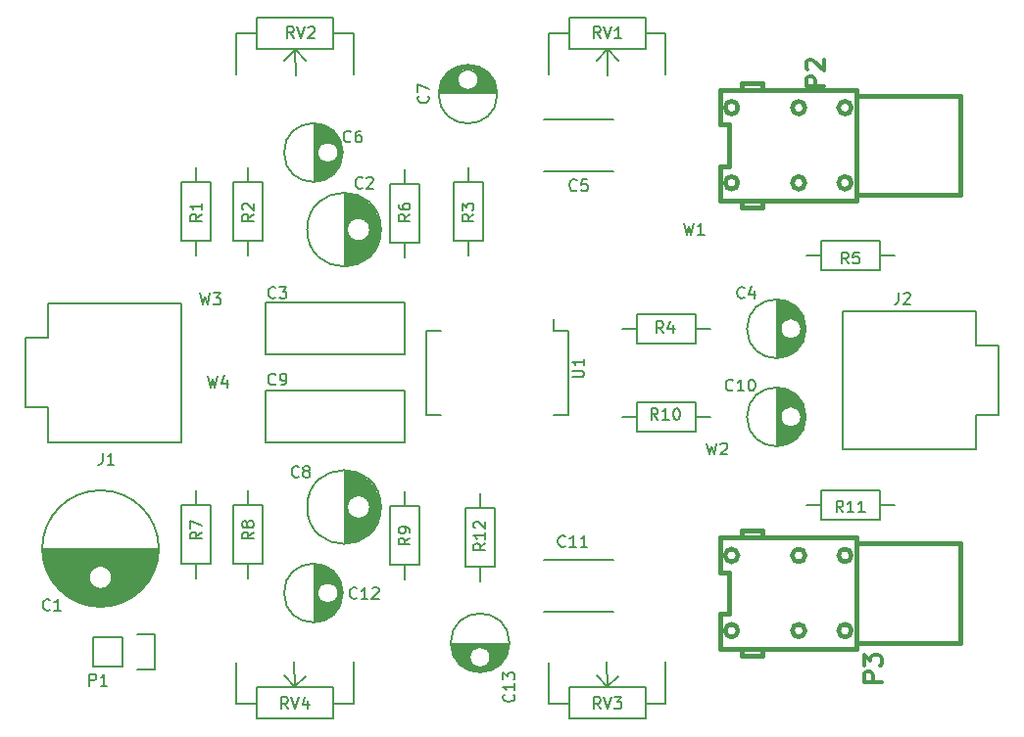
<source format=gbr>
G04 #@! TF.FileFunction,Legend,Top*
%FSLAX46Y46*%
G04 Gerber Fmt 4.6, Leading zero omitted, Abs format (unit mm)*
G04 Created by KiCad (PCBNEW 4.0.3-stable) date 10/13/16 15:00:55*
%MOMM*%
%LPD*%
G01*
G04 APERTURE LIST*
%ADD10C,0.100000*%
%ADD11C,0.150000*%
%ADD12C,0.381000*%
%ADD13C,0.304800*%
G04 APERTURE END LIST*
D10*
D11*
X121204000Y-87665000D02*
X111206000Y-87665000D01*
X121200000Y-87805000D02*
X111210000Y-87805000D01*
X121192000Y-87945000D02*
X111218000Y-87945000D01*
X121180000Y-88085000D02*
X111230000Y-88085000D01*
X121165000Y-88225000D02*
X111245000Y-88225000D01*
X121145000Y-88365000D02*
X111265000Y-88365000D01*
X121121000Y-88505000D02*
X111289000Y-88505000D01*
X121092000Y-88645000D02*
X111318000Y-88645000D01*
X121060000Y-88785000D02*
X111350000Y-88785000D01*
X121023000Y-88925000D02*
X111387000Y-88925000D01*
X120982000Y-89065000D02*
X111428000Y-89065000D01*
X120937000Y-89205000D02*
X116671000Y-89205000D01*
X115739000Y-89205000D02*
X111473000Y-89205000D01*
X120887000Y-89345000D02*
X116872000Y-89345000D01*
X115538000Y-89345000D02*
X111523000Y-89345000D01*
X120832000Y-89485000D02*
X117001000Y-89485000D01*
X115409000Y-89485000D02*
X111578000Y-89485000D01*
X120772000Y-89625000D02*
X117090000Y-89625000D01*
X115320000Y-89625000D02*
X111638000Y-89625000D01*
X120707000Y-89765000D02*
X117151000Y-89765000D01*
X115259000Y-89765000D02*
X111703000Y-89765000D01*
X120637000Y-89905000D02*
X117188000Y-89905000D01*
X115222000Y-89905000D02*
X111773000Y-89905000D01*
X120561000Y-90045000D02*
X117204000Y-90045000D01*
X115206000Y-90045000D02*
X111849000Y-90045000D01*
X120479000Y-90185000D02*
X117200000Y-90185000D01*
X115210000Y-90185000D02*
X111931000Y-90185000D01*
X120391000Y-90325000D02*
X117177000Y-90325000D01*
X115233000Y-90325000D02*
X112019000Y-90325000D01*
X120296000Y-90465000D02*
X117132000Y-90465000D01*
X115278000Y-90465000D02*
X112114000Y-90465000D01*
X120194000Y-90605000D02*
X117062000Y-90605000D01*
X115348000Y-90605000D02*
X112216000Y-90605000D01*
X120084000Y-90745000D02*
X116961000Y-90745000D01*
X115449000Y-90745000D02*
X112326000Y-90745000D01*
X119966000Y-90885000D02*
X116812000Y-90885000D01*
X115598000Y-90885000D02*
X112444000Y-90885000D01*
X119838000Y-91025000D02*
X116560000Y-91025000D01*
X115850000Y-91025000D02*
X112572000Y-91025000D01*
X119701000Y-91165000D02*
X112709000Y-91165000D01*
X119551000Y-91305000D02*
X112859000Y-91305000D01*
X119389000Y-91445000D02*
X113021000Y-91445000D01*
X119212000Y-91585000D02*
X113198000Y-91585000D01*
X119016000Y-91725000D02*
X113394000Y-91725000D01*
X118798000Y-91865000D02*
X113612000Y-91865000D01*
X118552000Y-92005000D02*
X113858000Y-92005000D01*
X118267000Y-92145000D02*
X114143000Y-92145000D01*
X117925000Y-92285000D02*
X114485000Y-92285000D01*
X117479000Y-92425000D02*
X114931000Y-92425000D01*
X116704000Y-92565000D02*
X115706000Y-92565000D01*
X117205000Y-90090000D02*
G75*
G03X117205000Y-90090000I-1000000J0D01*
G01*
X121242500Y-87590000D02*
G75*
G03X121242500Y-87590000I-5037500J0D01*
G01*
X137325000Y-56851000D02*
X137325000Y-63149000D01*
X137465000Y-56857000D02*
X137465000Y-63143000D01*
X137605000Y-56870000D02*
X137605000Y-59554000D01*
X137605000Y-60446000D02*
X137605000Y-63130000D01*
X137745000Y-56889000D02*
X137745000Y-59344000D01*
X137745000Y-60656000D02*
X137745000Y-63111000D01*
X137885000Y-56915000D02*
X137885000Y-59211000D01*
X137885000Y-60789000D02*
X137885000Y-63085000D01*
X138025000Y-56947000D02*
X138025000Y-59120000D01*
X138025000Y-60880000D02*
X138025000Y-63053000D01*
X138165000Y-56986000D02*
X138165000Y-59058000D01*
X138165000Y-60942000D02*
X138165000Y-63014000D01*
X138305000Y-57032000D02*
X138305000Y-59019000D01*
X138305000Y-60981000D02*
X138305000Y-62968000D01*
X138445000Y-57085000D02*
X138445000Y-59002000D01*
X138445000Y-60998000D02*
X138445000Y-62915000D01*
X138585000Y-57147000D02*
X138585000Y-59004000D01*
X138585000Y-60996000D02*
X138585000Y-62853000D01*
X138725000Y-57217000D02*
X138725000Y-59026000D01*
X138725000Y-60974000D02*
X138725000Y-62783000D01*
X138865000Y-57296000D02*
X138865000Y-59069000D01*
X138865000Y-60931000D02*
X138865000Y-62704000D01*
X139005000Y-57384000D02*
X139005000Y-59137000D01*
X139005000Y-60863000D02*
X139005000Y-62616000D01*
X139145000Y-57484000D02*
X139145000Y-59236000D01*
X139145000Y-60764000D02*
X139145000Y-62516000D01*
X139285000Y-57596000D02*
X139285000Y-59381000D01*
X139285000Y-60619000D02*
X139285000Y-62404000D01*
X139425000Y-57721000D02*
X139425000Y-59620000D01*
X139425000Y-60380000D02*
X139425000Y-62279000D01*
X139565000Y-57864000D02*
X139565000Y-62136000D01*
X139705000Y-58026000D02*
X139705000Y-61974000D01*
X139845000Y-58214000D02*
X139845000Y-61786000D01*
X139985000Y-58437000D02*
X139985000Y-61563000D01*
X140125000Y-58713000D02*
X140125000Y-61287000D01*
X140265000Y-59088000D02*
X140265000Y-60912000D01*
X139500000Y-60000000D02*
G75*
G03X139500000Y-60000000I-1000000J0D01*
G01*
X140437500Y-60000000D02*
G75*
G03X140437500Y-60000000I-3187500J0D01*
G01*
X142460000Y-70830000D02*
X130460000Y-70830000D01*
X130460000Y-70830000D02*
X130460000Y-66330000D01*
X130460000Y-66330000D02*
X142460000Y-66330000D01*
X142460000Y-66330000D02*
X142460000Y-70830000D01*
X174680000Y-66081000D02*
X174680000Y-71079000D01*
X174820000Y-66089000D02*
X174820000Y-71071000D01*
X174960000Y-66105000D02*
X174960000Y-68485000D01*
X174960000Y-68675000D02*
X174960000Y-71055000D01*
X175100000Y-66129000D02*
X175100000Y-68090000D01*
X175100000Y-69070000D02*
X175100000Y-71031000D01*
X175240000Y-66162000D02*
X175240000Y-67923000D01*
X175240000Y-69237000D02*
X175240000Y-70998000D01*
X175380000Y-66203000D02*
X175380000Y-67816000D01*
X175380000Y-69344000D02*
X175380000Y-70957000D01*
X175520000Y-66253000D02*
X175520000Y-67745000D01*
X175520000Y-69415000D02*
X175520000Y-70907000D01*
X175660000Y-66314000D02*
X175660000Y-67701000D01*
X175660000Y-69459000D02*
X175660000Y-70846000D01*
X175800000Y-66384000D02*
X175800000Y-67682000D01*
X175800000Y-69478000D02*
X175800000Y-70776000D01*
X175940000Y-66466000D02*
X175940000Y-67684000D01*
X175940000Y-69476000D02*
X175940000Y-70694000D01*
X176080000Y-66561000D02*
X176080000Y-67709000D01*
X176080000Y-69451000D02*
X176080000Y-70599000D01*
X176220000Y-66672000D02*
X176220000Y-67757000D01*
X176220000Y-69403000D02*
X176220000Y-70488000D01*
X176360000Y-66800000D02*
X176360000Y-67835000D01*
X176360000Y-69325000D02*
X176360000Y-70360000D01*
X176500000Y-66949000D02*
X176500000Y-67952000D01*
X176500000Y-69208000D02*
X176500000Y-70211000D01*
X176640000Y-67128000D02*
X176640000Y-68140000D01*
X176640000Y-69020000D02*
X176640000Y-70032000D01*
X176780000Y-67347000D02*
X176780000Y-69813000D01*
X176920000Y-67636000D02*
X176920000Y-69524000D01*
X177060000Y-68108000D02*
X177060000Y-69052000D01*
X176755000Y-68580000D02*
G75*
G03X176755000Y-68580000I-900000J0D01*
G01*
X177142500Y-68580000D02*
G75*
G03X177142500Y-68580000I-2537500J0D01*
G01*
X160520000Y-54955000D02*
X154520000Y-54955000D01*
X154520000Y-50455000D02*
X160520000Y-50455000D01*
X134675000Y-50841000D02*
X134675000Y-55839000D01*
X134815000Y-50849000D02*
X134815000Y-55831000D01*
X134955000Y-50865000D02*
X134955000Y-53245000D01*
X134955000Y-53435000D02*
X134955000Y-55815000D01*
X135095000Y-50889000D02*
X135095000Y-52850000D01*
X135095000Y-53830000D02*
X135095000Y-55791000D01*
X135235000Y-50922000D02*
X135235000Y-52683000D01*
X135235000Y-53997000D02*
X135235000Y-55758000D01*
X135375000Y-50963000D02*
X135375000Y-52576000D01*
X135375000Y-54104000D02*
X135375000Y-55717000D01*
X135515000Y-51013000D02*
X135515000Y-52505000D01*
X135515000Y-54175000D02*
X135515000Y-55667000D01*
X135655000Y-51074000D02*
X135655000Y-52461000D01*
X135655000Y-54219000D02*
X135655000Y-55606000D01*
X135795000Y-51144000D02*
X135795000Y-52442000D01*
X135795000Y-54238000D02*
X135795000Y-55536000D01*
X135935000Y-51226000D02*
X135935000Y-52444000D01*
X135935000Y-54236000D02*
X135935000Y-55454000D01*
X136075000Y-51321000D02*
X136075000Y-52469000D01*
X136075000Y-54211000D02*
X136075000Y-55359000D01*
X136215000Y-51432000D02*
X136215000Y-52517000D01*
X136215000Y-54163000D02*
X136215000Y-55248000D01*
X136355000Y-51560000D02*
X136355000Y-52595000D01*
X136355000Y-54085000D02*
X136355000Y-55120000D01*
X136495000Y-51709000D02*
X136495000Y-52712000D01*
X136495000Y-53968000D02*
X136495000Y-54971000D01*
X136635000Y-51888000D02*
X136635000Y-52900000D01*
X136635000Y-53780000D02*
X136635000Y-54792000D01*
X136775000Y-52107000D02*
X136775000Y-54573000D01*
X136915000Y-52396000D02*
X136915000Y-54284000D01*
X137055000Y-52868000D02*
X137055000Y-53812000D01*
X136750000Y-53340000D02*
G75*
G03X136750000Y-53340000I-900000J0D01*
G01*
X137137500Y-53340000D02*
G75*
G03X137137500Y-53340000I-2537500J0D01*
G01*
X145456000Y-48205000D02*
X150454000Y-48205000D01*
X145464000Y-48065000D02*
X150446000Y-48065000D01*
X145480000Y-47925000D02*
X147860000Y-47925000D01*
X148050000Y-47925000D02*
X150430000Y-47925000D01*
X145504000Y-47785000D02*
X147465000Y-47785000D01*
X148445000Y-47785000D02*
X150406000Y-47785000D01*
X145537000Y-47645000D02*
X147298000Y-47645000D01*
X148612000Y-47645000D02*
X150373000Y-47645000D01*
X145578000Y-47505000D02*
X147191000Y-47505000D01*
X148719000Y-47505000D02*
X150332000Y-47505000D01*
X145628000Y-47365000D02*
X147120000Y-47365000D01*
X148790000Y-47365000D02*
X150282000Y-47365000D01*
X145689000Y-47225000D02*
X147076000Y-47225000D01*
X148834000Y-47225000D02*
X150221000Y-47225000D01*
X145759000Y-47085000D02*
X147057000Y-47085000D01*
X148853000Y-47085000D02*
X150151000Y-47085000D01*
X145841000Y-46945000D02*
X147059000Y-46945000D01*
X148851000Y-46945000D02*
X150069000Y-46945000D01*
X145936000Y-46805000D02*
X147084000Y-46805000D01*
X148826000Y-46805000D02*
X149974000Y-46805000D01*
X146047000Y-46665000D02*
X147132000Y-46665000D01*
X148778000Y-46665000D02*
X149863000Y-46665000D01*
X146175000Y-46525000D02*
X147210000Y-46525000D01*
X148700000Y-46525000D02*
X149735000Y-46525000D01*
X146324000Y-46385000D02*
X147327000Y-46385000D01*
X148583000Y-46385000D02*
X149586000Y-46385000D01*
X146503000Y-46245000D02*
X147515000Y-46245000D01*
X148395000Y-46245000D02*
X149407000Y-46245000D01*
X146722000Y-46105000D02*
X149188000Y-46105000D01*
X147011000Y-45965000D02*
X148899000Y-45965000D01*
X147483000Y-45825000D02*
X148427000Y-45825000D01*
X148855000Y-47030000D02*
G75*
G03X148855000Y-47030000I-900000J0D01*
G01*
X150492500Y-48280000D02*
G75*
G03X150492500Y-48280000I-2537500J0D01*
G01*
X137325000Y-80851000D02*
X137325000Y-87149000D01*
X137465000Y-80857000D02*
X137465000Y-87143000D01*
X137605000Y-80870000D02*
X137605000Y-83554000D01*
X137605000Y-84446000D02*
X137605000Y-87130000D01*
X137745000Y-80889000D02*
X137745000Y-83344000D01*
X137745000Y-84656000D02*
X137745000Y-87111000D01*
X137885000Y-80915000D02*
X137885000Y-83211000D01*
X137885000Y-84789000D02*
X137885000Y-87085000D01*
X138025000Y-80947000D02*
X138025000Y-83120000D01*
X138025000Y-84880000D02*
X138025000Y-87053000D01*
X138165000Y-80986000D02*
X138165000Y-83058000D01*
X138165000Y-84942000D02*
X138165000Y-87014000D01*
X138305000Y-81032000D02*
X138305000Y-83019000D01*
X138305000Y-84981000D02*
X138305000Y-86968000D01*
X138445000Y-81085000D02*
X138445000Y-83002000D01*
X138445000Y-84998000D02*
X138445000Y-86915000D01*
X138585000Y-81147000D02*
X138585000Y-83004000D01*
X138585000Y-84996000D02*
X138585000Y-86853000D01*
X138725000Y-81217000D02*
X138725000Y-83026000D01*
X138725000Y-84974000D02*
X138725000Y-86783000D01*
X138865000Y-81296000D02*
X138865000Y-83069000D01*
X138865000Y-84931000D02*
X138865000Y-86704000D01*
X139005000Y-81384000D02*
X139005000Y-83137000D01*
X139005000Y-84863000D02*
X139005000Y-86616000D01*
X139145000Y-81484000D02*
X139145000Y-83236000D01*
X139145000Y-84764000D02*
X139145000Y-86516000D01*
X139285000Y-81596000D02*
X139285000Y-83381000D01*
X139285000Y-84619000D02*
X139285000Y-86404000D01*
X139425000Y-81721000D02*
X139425000Y-83620000D01*
X139425000Y-84380000D02*
X139425000Y-86279000D01*
X139565000Y-81864000D02*
X139565000Y-86136000D01*
X139705000Y-82026000D02*
X139705000Y-85974000D01*
X139845000Y-82214000D02*
X139845000Y-85786000D01*
X139985000Y-82437000D02*
X139985000Y-85563000D01*
X140125000Y-82713000D02*
X140125000Y-85287000D01*
X140265000Y-83088000D02*
X140265000Y-84912000D01*
X139500000Y-84000000D02*
G75*
G03X139500000Y-84000000I-1000000J0D01*
G01*
X140437500Y-84000000D02*
G75*
G03X140437500Y-84000000I-3187500J0D01*
G01*
X142460000Y-78450000D02*
X130460000Y-78450000D01*
X130460000Y-78450000D02*
X130460000Y-73950000D01*
X130460000Y-73950000D02*
X142460000Y-73950000D01*
X142460000Y-73950000D02*
X142460000Y-78450000D01*
X174680000Y-73701000D02*
X174680000Y-78699000D01*
X174820000Y-73709000D02*
X174820000Y-78691000D01*
X174960000Y-73725000D02*
X174960000Y-76105000D01*
X174960000Y-76295000D02*
X174960000Y-78675000D01*
X175100000Y-73749000D02*
X175100000Y-75710000D01*
X175100000Y-76690000D02*
X175100000Y-78651000D01*
X175240000Y-73782000D02*
X175240000Y-75543000D01*
X175240000Y-76857000D02*
X175240000Y-78618000D01*
X175380000Y-73823000D02*
X175380000Y-75436000D01*
X175380000Y-76964000D02*
X175380000Y-78577000D01*
X175520000Y-73873000D02*
X175520000Y-75365000D01*
X175520000Y-77035000D02*
X175520000Y-78527000D01*
X175660000Y-73934000D02*
X175660000Y-75321000D01*
X175660000Y-77079000D02*
X175660000Y-78466000D01*
X175800000Y-74004000D02*
X175800000Y-75302000D01*
X175800000Y-77098000D02*
X175800000Y-78396000D01*
X175940000Y-74086000D02*
X175940000Y-75304000D01*
X175940000Y-77096000D02*
X175940000Y-78314000D01*
X176080000Y-74181000D02*
X176080000Y-75329000D01*
X176080000Y-77071000D02*
X176080000Y-78219000D01*
X176220000Y-74292000D02*
X176220000Y-75377000D01*
X176220000Y-77023000D02*
X176220000Y-78108000D01*
X176360000Y-74420000D02*
X176360000Y-75455000D01*
X176360000Y-76945000D02*
X176360000Y-77980000D01*
X176500000Y-74569000D02*
X176500000Y-75572000D01*
X176500000Y-76828000D02*
X176500000Y-77831000D01*
X176640000Y-74748000D02*
X176640000Y-75760000D01*
X176640000Y-76640000D02*
X176640000Y-77652000D01*
X176780000Y-74967000D02*
X176780000Y-77433000D01*
X176920000Y-75256000D02*
X176920000Y-77144000D01*
X177060000Y-75728000D02*
X177060000Y-76672000D01*
X176755000Y-76200000D02*
G75*
G03X176755000Y-76200000I-900000J0D01*
G01*
X177142500Y-76200000D02*
G75*
G03X177142500Y-76200000I-2537500J0D01*
G01*
X160520000Y-93055000D02*
X154520000Y-93055000D01*
X154520000Y-88555000D02*
X160520000Y-88555000D01*
X134675000Y-88941000D02*
X134675000Y-93939000D01*
X134815000Y-88949000D02*
X134815000Y-93931000D01*
X134955000Y-88965000D02*
X134955000Y-91345000D01*
X134955000Y-91535000D02*
X134955000Y-93915000D01*
X135095000Y-88989000D02*
X135095000Y-90950000D01*
X135095000Y-91930000D02*
X135095000Y-93891000D01*
X135235000Y-89022000D02*
X135235000Y-90783000D01*
X135235000Y-92097000D02*
X135235000Y-93858000D01*
X135375000Y-89063000D02*
X135375000Y-90676000D01*
X135375000Y-92204000D02*
X135375000Y-93817000D01*
X135515000Y-89113000D02*
X135515000Y-90605000D01*
X135515000Y-92275000D02*
X135515000Y-93767000D01*
X135655000Y-89174000D02*
X135655000Y-90561000D01*
X135655000Y-92319000D02*
X135655000Y-93706000D01*
X135795000Y-89244000D02*
X135795000Y-90542000D01*
X135795000Y-92338000D02*
X135795000Y-93636000D01*
X135935000Y-89326000D02*
X135935000Y-90544000D01*
X135935000Y-92336000D02*
X135935000Y-93554000D01*
X136075000Y-89421000D02*
X136075000Y-90569000D01*
X136075000Y-92311000D02*
X136075000Y-93459000D01*
X136215000Y-89532000D02*
X136215000Y-90617000D01*
X136215000Y-92263000D02*
X136215000Y-93348000D01*
X136355000Y-89660000D02*
X136355000Y-90695000D01*
X136355000Y-92185000D02*
X136355000Y-93220000D01*
X136495000Y-89809000D02*
X136495000Y-90812000D01*
X136495000Y-92068000D02*
X136495000Y-93071000D01*
X136635000Y-89988000D02*
X136635000Y-91000000D01*
X136635000Y-91880000D02*
X136635000Y-92892000D01*
X136775000Y-90207000D02*
X136775000Y-92673000D01*
X136915000Y-90496000D02*
X136915000Y-92384000D01*
X137055000Y-90968000D02*
X137055000Y-91912000D01*
X136750000Y-91440000D02*
G75*
G03X136750000Y-91440000I-900000J0D01*
G01*
X137137500Y-91440000D02*
G75*
G03X137137500Y-91440000I-2537500J0D01*
G01*
X151499000Y-95825000D02*
X146501000Y-95825000D01*
X151491000Y-95965000D02*
X146509000Y-95965000D01*
X151475000Y-96105000D02*
X149095000Y-96105000D01*
X148905000Y-96105000D02*
X146525000Y-96105000D01*
X151451000Y-96245000D02*
X149490000Y-96245000D01*
X148510000Y-96245000D02*
X146549000Y-96245000D01*
X151418000Y-96385000D02*
X149657000Y-96385000D01*
X148343000Y-96385000D02*
X146582000Y-96385000D01*
X151377000Y-96525000D02*
X149764000Y-96525000D01*
X148236000Y-96525000D02*
X146623000Y-96525000D01*
X151327000Y-96665000D02*
X149835000Y-96665000D01*
X148165000Y-96665000D02*
X146673000Y-96665000D01*
X151266000Y-96805000D02*
X149879000Y-96805000D01*
X148121000Y-96805000D02*
X146734000Y-96805000D01*
X151196000Y-96945000D02*
X149898000Y-96945000D01*
X148102000Y-96945000D02*
X146804000Y-96945000D01*
X151114000Y-97085000D02*
X149896000Y-97085000D01*
X148104000Y-97085000D02*
X146886000Y-97085000D01*
X151019000Y-97225000D02*
X149871000Y-97225000D01*
X148129000Y-97225000D02*
X146981000Y-97225000D01*
X150908000Y-97365000D02*
X149823000Y-97365000D01*
X148177000Y-97365000D02*
X147092000Y-97365000D01*
X150780000Y-97505000D02*
X149745000Y-97505000D01*
X148255000Y-97505000D02*
X147220000Y-97505000D01*
X150631000Y-97645000D02*
X149628000Y-97645000D01*
X148372000Y-97645000D02*
X147369000Y-97645000D01*
X150452000Y-97785000D02*
X149440000Y-97785000D01*
X148560000Y-97785000D02*
X147548000Y-97785000D01*
X150233000Y-97925000D02*
X147767000Y-97925000D01*
X149944000Y-98065000D02*
X148056000Y-98065000D01*
X149472000Y-98205000D02*
X148528000Y-98205000D01*
X149900000Y-97000000D02*
G75*
G03X149900000Y-97000000I-900000J0D01*
G01*
X151537500Y-95750000D02*
G75*
G03X151537500Y-95750000I-2537500J0D01*
G01*
X118110000Y-97790000D02*
X115570000Y-97790000D01*
X120930000Y-98070000D02*
X119380000Y-98070000D01*
X118110000Y-97790000D02*
X118110000Y-95250000D01*
X119380000Y-94970000D02*
X120930000Y-94970000D01*
X120930000Y-94970000D02*
X120930000Y-98070000D01*
X118110000Y-95250000D02*
X115570000Y-95250000D01*
X115570000Y-95250000D02*
X115570000Y-97790000D01*
D12*
X171279820Y-55956200D02*
G75*
G03X171279820Y-55956200I-548640J0D01*
G01*
X171284696Y-49453800D02*
G75*
G03X171284696Y-49453800I-553516J0D01*
G01*
X181083789Y-49453800D02*
G75*
G03X181083789Y-49453800I-553289J0D01*
G01*
X181081487Y-55956200D02*
G75*
G03X181081487Y-55956200I-550987J0D01*
G01*
X177078640Y-55956200D02*
G75*
G03X177078640Y-55956200I-548640J0D01*
G01*
X177083516Y-49453800D02*
G75*
G03X177083516Y-49453800I-553516J0D01*
G01*
X181531260Y-57005220D02*
X190530480Y-57005220D01*
X190530480Y-57005220D02*
X190530480Y-48404780D01*
X190530480Y-48404780D02*
X181531260Y-48404780D01*
X171630340Y-47904400D02*
X171630340Y-47304960D01*
X171630340Y-47304960D02*
X173431200Y-47304960D01*
X173431200Y-47304960D02*
X173431200Y-47904400D01*
X171630340Y-58105040D02*
X171630340Y-57505600D01*
X173431200Y-57505600D02*
X173431200Y-58105040D01*
X173431200Y-58105040D02*
X171630340Y-58105040D01*
X169730420Y-57505600D02*
X169730420Y-54505860D01*
X169730420Y-54505860D02*
X170530520Y-54505860D01*
X170530520Y-54505860D02*
X170530520Y-50904140D01*
X170530520Y-50904140D02*
X169730420Y-50904140D01*
X169730420Y-50904140D02*
X169730420Y-47904400D01*
X181531260Y-47904400D02*
X181531260Y-57505600D01*
X181528720Y-57505600D02*
X169727880Y-57505600D01*
X169730420Y-47904400D02*
X181531260Y-47904400D01*
X171279820Y-94691200D02*
G75*
G03X171279820Y-94691200I-548640J0D01*
G01*
X171284696Y-88188800D02*
G75*
G03X171284696Y-88188800I-553516J0D01*
G01*
X181083789Y-88188800D02*
G75*
G03X181083789Y-88188800I-553289J0D01*
G01*
X181081487Y-94691200D02*
G75*
G03X181081487Y-94691200I-550987J0D01*
G01*
X177078640Y-94691200D02*
G75*
G03X177078640Y-94691200I-548640J0D01*
G01*
X177083516Y-88188800D02*
G75*
G03X177083516Y-88188800I-553516J0D01*
G01*
X181531260Y-95740220D02*
X190530480Y-95740220D01*
X190530480Y-95740220D02*
X190530480Y-87139780D01*
X190530480Y-87139780D02*
X181531260Y-87139780D01*
X171630340Y-86639400D02*
X171630340Y-86039960D01*
X171630340Y-86039960D02*
X173431200Y-86039960D01*
X173431200Y-86039960D02*
X173431200Y-86639400D01*
X171630340Y-96840040D02*
X171630340Y-96240600D01*
X173431200Y-96240600D02*
X173431200Y-96840040D01*
X173431200Y-96840040D02*
X171630340Y-96840040D01*
X169730420Y-96240600D02*
X169730420Y-93240860D01*
X169730420Y-93240860D02*
X170530520Y-93240860D01*
X170530520Y-93240860D02*
X170530520Y-89639140D01*
X170530520Y-89639140D02*
X169730420Y-89639140D01*
X169730420Y-89639140D02*
X169730420Y-86639400D01*
X181531260Y-86639400D02*
X181531260Y-96240600D01*
X181528720Y-96240600D02*
X169727880Y-96240600D01*
X169730420Y-86639400D02*
X181531260Y-86639400D01*
D11*
X125730000Y-55880000D02*
X125730000Y-60960000D01*
X125730000Y-60960000D02*
X123190000Y-60960000D01*
X123190000Y-60960000D02*
X123190000Y-55880000D01*
X123190000Y-55880000D02*
X125730000Y-55880000D01*
X124460000Y-55880000D02*
X124460000Y-54610000D01*
X124460000Y-60960000D02*
X124460000Y-62230000D01*
X130175000Y-55880000D02*
X130175000Y-60960000D01*
X130175000Y-60960000D02*
X127635000Y-60960000D01*
X127635000Y-60960000D02*
X127635000Y-55880000D01*
X127635000Y-55880000D02*
X130175000Y-55880000D01*
X128905000Y-55880000D02*
X128905000Y-54610000D01*
X128905000Y-60960000D02*
X128905000Y-62230000D01*
X143770000Y-56040000D02*
X143770000Y-61120000D01*
X143770000Y-61120000D02*
X141230000Y-61120000D01*
X141230000Y-61120000D02*
X141230000Y-56040000D01*
X141230000Y-56040000D02*
X143770000Y-56040000D01*
X142500000Y-56040000D02*
X142500000Y-54770000D01*
X142500000Y-61120000D02*
X142500000Y-62390000D01*
X167640000Y-69850000D02*
X162560000Y-69850000D01*
X162560000Y-69850000D02*
X162560000Y-67310000D01*
X162560000Y-67310000D02*
X167640000Y-67310000D01*
X167640000Y-67310000D02*
X167640000Y-69850000D01*
X167640000Y-68580000D02*
X168910000Y-68580000D01*
X162560000Y-68580000D02*
X161290000Y-68580000D01*
X183515000Y-63500000D02*
X178435000Y-63500000D01*
X178435000Y-63500000D02*
X178435000Y-60960000D01*
X178435000Y-60960000D02*
X183515000Y-60960000D01*
X183515000Y-60960000D02*
X183515000Y-63500000D01*
X183515000Y-62230000D02*
X184785000Y-62230000D01*
X178435000Y-62230000D02*
X177165000Y-62230000D01*
X146685000Y-60960000D02*
X146685000Y-55880000D01*
X146685000Y-55880000D02*
X149225000Y-55880000D01*
X149225000Y-55880000D02*
X149225000Y-60960000D01*
X149225000Y-60960000D02*
X146685000Y-60960000D01*
X147955000Y-60960000D02*
X147955000Y-62230000D01*
X147955000Y-55880000D02*
X147955000Y-54610000D01*
X123190000Y-88900000D02*
X123190000Y-83820000D01*
X123190000Y-83820000D02*
X125730000Y-83820000D01*
X125730000Y-83820000D02*
X125730000Y-88900000D01*
X125730000Y-88900000D02*
X123190000Y-88900000D01*
X124460000Y-88900000D02*
X124460000Y-90170000D01*
X124460000Y-83820000D02*
X124460000Y-82550000D01*
X127635000Y-88900000D02*
X127635000Y-83820000D01*
X127635000Y-83820000D02*
X130175000Y-83820000D01*
X130175000Y-83820000D02*
X130175000Y-88900000D01*
X130175000Y-88900000D02*
X127635000Y-88900000D01*
X128905000Y-88900000D02*
X128905000Y-90170000D01*
X128905000Y-83820000D02*
X128905000Y-82550000D01*
X141230000Y-88960000D02*
X141230000Y-83880000D01*
X141230000Y-83880000D02*
X143770000Y-83880000D01*
X143770000Y-83880000D02*
X143770000Y-88960000D01*
X143770000Y-88960000D02*
X141230000Y-88960000D01*
X142500000Y-88960000D02*
X142500000Y-90230000D01*
X142500000Y-83880000D02*
X142500000Y-82610000D01*
X167640000Y-77470000D02*
X162560000Y-77470000D01*
X162560000Y-77470000D02*
X162560000Y-74930000D01*
X162560000Y-74930000D02*
X167640000Y-74930000D01*
X167640000Y-74930000D02*
X167640000Y-77470000D01*
X167640000Y-76200000D02*
X168910000Y-76200000D01*
X162560000Y-76200000D02*
X161290000Y-76200000D01*
X183515000Y-85090000D02*
X178435000Y-85090000D01*
X178435000Y-85090000D02*
X178435000Y-82550000D01*
X178435000Y-82550000D02*
X183515000Y-82550000D01*
X183515000Y-82550000D02*
X183515000Y-85090000D01*
X183515000Y-83820000D02*
X184785000Y-83820000D01*
X178435000Y-83820000D02*
X177165000Y-83820000D01*
X150270000Y-84040000D02*
X150270000Y-89120000D01*
X150270000Y-89120000D02*
X147730000Y-89120000D01*
X147730000Y-89120000D02*
X147730000Y-84040000D01*
X147730000Y-84040000D02*
X150270000Y-84040000D01*
X149000000Y-84040000D02*
X149000000Y-82770000D01*
X149000000Y-89120000D02*
X149000000Y-90390000D01*
X165050780Y-43000900D02*
X165050780Y-46549280D01*
X163300720Y-43000900D02*
X165050780Y-43000900D01*
X156701800Y-43000900D02*
X154951740Y-43000900D01*
X154951740Y-43000900D02*
X154951740Y-46600080D01*
X160001260Y-44400440D02*
X160052060Y-46650880D01*
X160001260Y-44400440D02*
X160951220Y-45401200D01*
X160052060Y-44400440D02*
X159051300Y-45350400D01*
X156701800Y-44400440D02*
X156701800Y-41700420D01*
X156701800Y-41700420D02*
X163300720Y-41700420D01*
X163300720Y-41700420D02*
X163300720Y-44400440D01*
X163300720Y-44400440D02*
X156701800Y-44400440D01*
X138050780Y-43000900D02*
X138050780Y-46549280D01*
X136300720Y-43000900D02*
X138050780Y-43000900D01*
X129701800Y-43000900D02*
X127951740Y-43000900D01*
X127951740Y-43000900D02*
X127951740Y-46600080D01*
X133001260Y-44400440D02*
X133052060Y-46650880D01*
X133001260Y-44400440D02*
X133951220Y-45401200D01*
X133052060Y-44400440D02*
X132051300Y-45350400D01*
X129701800Y-44400440D02*
X129701800Y-41700420D01*
X129701800Y-41700420D02*
X136300720Y-41700420D01*
X136300720Y-41700420D02*
X136300720Y-44400440D01*
X136300720Y-44400440D02*
X129701800Y-44400440D01*
X154949220Y-100999100D02*
X154949220Y-97450720D01*
X156699280Y-100999100D02*
X154949220Y-100999100D01*
X163298200Y-100999100D02*
X165048260Y-100999100D01*
X165048260Y-100999100D02*
X165048260Y-97399920D01*
X159998740Y-99599560D02*
X159947940Y-97349120D01*
X159998740Y-99599560D02*
X159048780Y-98598800D01*
X159947940Y-99599560D02*
X160948700Y-98649600D01*
X163298200Y-99599560D02*
X163298200Y-102299580D01*
X163298200Y-102299580D02*
X156699280Y-102299580D01*
X156699280Y-102299580D02*
X156699280Y-99599560D01*
X156699280Y-99599560D02*
X163298200Y-99599560D01*
X127949220Y-100999100D02*
X127949220Y-97450720D01*
X129699280Y-100999100D02*
X127949220Y-100999100D01*
X136298200Y-100999100D02*
X138048260Y-100999100D01*
X138048260Y-100999100D02*
X138048260Y-97399920D01*
X132998740Y-99599560D02*
X132947940Y-97349120D01*
X132998740Y-99599560D02*
X132048780Y-98598800D01*
X132947940Y-99599560D02*
X133948700Y-98649600D01*
X136298200Y-99599560D02*
X136298200Y-102299580D01*
X136298200Y-102299580D02*
X129699280Y-102299580D01*
X129699280Y-102299580D02*
X129699280Y-99599560D01*
X129699280Y-99599560D02*
X136298200Y-99599560D01*
X156600000Y-68715000D02*
X155330000Y-68715000D01*
X156600000Y-76065000D02*
X155330000Y-76065000D01*
X144390000Y-76065000D02*
X145660000Y-76065000D01*
X144390000Y-68715000D02*
X145660000Y-68715000D01*
X156600000Y-68715000D02*
X156600000Y-76065000D01*
X144390000Y-68715000D02*
X144390000Y-76065000D01*
X155330000Y-68715000D02*
X155330000Y-67780000D01*
X123205000Y-66390000D02*
X123205000Y-78390000D01*
X123205000Y-78390000D02*
X111705000Y-78390000D01*
X111705000Y-78390000D02*
X111705000Y-75390000D01*
X111705000Y-75390000D02*
X109705000Y-75390000D01*
X109705000Y-75390000D02*
X109705000Y-69390000D01*
X109705000Y-69390000D02*
X111705000Y-69390000D01*
X111705000Y-69390000D02*
X111705000Y-66390000D01*
X111705000Y-66390000D02*
X123205000Y-66390000D01*
X180325000Y-79025000D02*
X180325000Y-67025000D01*
X180325000Y-67025000D02*
X191825000Y-67025000D01*
X191825000Y-67025000D02*
X191825000Y-70025000D01*
X191825000Y-70025000D02*
X193825000Y-70025000D01*
X193825000Y-70025000D02*
X193825000Y-76025000D01*
X193825000Y-76025000D02*
X191825000Y-76025000D01*
X191825000Y-76025000D02*
X191825000Y-79025000D01*
X191825000Y-79025000D02*
X180325000Y-79025000D01*
X111833334Y-92857143D02*
X111785715Y-92904762D01*
X111642858Y-92952381D01*
X111547620Y-92952381D01*
X111404762Y-92904762D01*
X111309524Y-92809524D01*
X111261905Y-92714286D01*
X111214286Y-92523810D01*
X111214286Y-92380952D01*
X111261905Y-92190476D01*
X111309524Y-92095238D01*
X111404762Y-92000000D01*
X111547620Y-91952381D01*
X111642858Y-91952381D01*
X111785715Y-92000000D01*
X111833334Y-92047619D01*
X112785715Y-92952381D02*
X112214286Y-92952381D01*
X112500000Y-92952381D02*
X112500000Y-91952381D01*
X112404762Y-92095238D01*
X112309524Y-92190476D01*
X112214286Y-92238095D01*
X138833334Y-56357143D02*
X138785715Y-56404762D01*
X138642858Y-56452381D01*
X138547620Y-56452381D01*
X138404762Y-56404762D01*
X138309524Y-56309524D01*
X138261905Y-56214286D01*
X138214286Y-56023810D01*
X138214286Y-55880952D01*
X138261905Y-55690476D01*
X138309524Y-55595238D01*
X138404762Y-55500000D01*
X138547620Y-55452381D01*
X138642858Y-55452381D01*
X138785715Y-55500000D01*
X138833334Y-55547619D01*
X139214286Y-55547619D02*
X139261905Y-55500000D01*
X139357143Y-55452381D01*
X139595239Y-55452381D01*
X139690477Y-55500000D01*
X139738096Y-55547619D01*
X139785715Y-55642857D01*
X139785715Y-55738095D01*
X139738096Y-55880952D01*
X139166667Y-56452381D01*
X139785715Y-56452381D01*
X131333334Y-65857143D02*
X131285715Y-65904762D01*
X131142858Y-65952381D01*
X131047620Y-65952381D01*
X130904762Y-65904762D01*
X130809524Y-65809524D01*
X130761905Y-65714286D01*
X130714286Y-65523810D01*
X130714286Y-65380952D01*
X130761905Y-65190476D01*
X130809524Y-65095238D01*
X130904762Y-65000000D01*
X131047620Y-64952381D01*
X131142858Y-64952381D01*
X131285715Y-65000000D01*
X131333334Y-65047619D01*
X131666667Y-64952381D02*
X132285715Y-64952381D01*
X131952381Y-65333333D01*
X132095239Y-65333333D01*
X132190477Y-65380952D01*
X132238096Y-65428571D01*
X132285715Y-65523810D01*
X132285715Y-65761905D01*
X132238096Y-65857143D01*
X132190477Y-65904762D01*
X132095239Y-65952381D01*
X131809524Y-65952381D01*
X131714286Y-65904762D01*
X131666667Y-65857143D01*
X171833334Y-65857143D02*
X171785715Y-65904762D01*
X171642858Y-65952381D01*
X171547620Y-65952381D01*
X171404762Y-65904762D01*
X171309524Y-65809524D01*
X171261905Y-65714286D01*
X171214286Y-65523810D01*
X171214286Y-65380952D01*
X171261905Y-65190476D01*
X171309524Y-65095238D01*
X171404762Y-65000000D01*
X171547620Y-64952381D01*
X171642858Y-64952381D01*
X171785715Y-65000000D01*
X171833334Y-65047619D01*
X172690477Y-65285714D02*
X172690477Y-65952381D01*
X172452381Y-64904762D02*
X172214286Y-65619048D01*
X172833334Y-65619048D01*
X157353334Y-56562143D02*
X157305715Y-56609762D01*
X157162858Y-56657381D01*
X157067620Y-56657381D01*
X156924762Y-56609762D01*
X156829524Y-56514524D01*
X156781905Y-56419286D01*
X156734286Y-56228810D01*
X156734286Y-56085952D01*
X156781905Y-55895476D01*
X156829524Y-55800238D01*
X156924762Y-55705000D01*
X157067620Y-55657381D01*
X157162858Y-55657381D01*
X157305715Y-55705000D01*
X157353334Y-55752619D01*
X158258096Y-55657381D02*
X157781905Y-55657381D01*
X157734286Y-56133571D01*
X157781905Y-56085952D01*
X157877143Y-56038333D01*
X158115239Y-56038333D01*
X158210477Y-56085952D01*
X158258096Y-56133571D01*
X158305715Y-56228810D01*
X158305715Y-56466905D01*
X158258096Y-56562143D01*
X158210477Y-56609762D01*
X158115239Y-56657381D01*
X157877143Y-56657381D01*
X157781905Y-56609762D01*
X157734286Y-56562143D01*
X137833334Y-52357143D02*
X137785715Y-52404762D01*
X137642858Y-52452381D01*
X137547620Y-52452381D01*
X137404762Y-52404762D01*
X137309524Y-52309524D01*
X137261905Y-52214286D01*
X137214286Y-52023810D01*
X137214286Y-51880952D01*
X137261905Y-51690476D01*
X137309524Y-51595238D01*
X137404762Y-51500000D01*
X137547620Y-51452381D01*
X137642858Y-51452381D01*
X137785715Y-51500000D01*
X137833334Y-51547619D01*
X138690477Y-51452381D02*
X138500000Y-51452381D01*
X138404762Y-51500000D01*
X138357143Y-51547619D01*
X138261905Y-51690476D01*
X138214286Y-51880952D01*
X138214286Y-52261905D01*
X138261905Y-52357143D01*
X138309524Y-52404762D01*
X138404762Y-52452381D01*
X138595239Y-52452381D01*
X138690477Y-52404762D01*
X138738096Y-52357143D01*
X138785715Y-52261905D01*
X138785715Y-52023810D01*
X138738096Y-51928571D01*
X138690477Y-51880952D01*
X138595239Y-51833333D01*
X138404762Y-51833333D01*
X138309524Y-51880952D01*
X138261905Y-51928571D01*
X138214286Y-52023810D01*
X144512143Y-48446666D02*
X144559762Y-48494285D01*
X144607381Y-48637142D01*
X144607381Y-48732380D01*
X144559762Y-48875238D01*
X144464524Y-48970476D01*
X144369286Y-49018095D01*
X144178810Y-49065714D01*
X144035952Y-49065714D01*
X143845476Y-49018095D01*
X143750238Y-48970476D01*
X143655000Y-48875238D01*
X143607381Y-48732380D01*
X143607381Y-48637142D01*
X143655000Y-48494285D01*
X143702619Y-48446666D01*
X143607381Y-48113333D02*
X143607381Y-47446666D01*
X144607381Y-47875238D01*
X133333334Y-81357143D02*
X133285715Y-81404762D01*
X133142858Y-81452381D01*
X133047620Y-81452381D01*
X132904762Y-81404762D01*
X132809524Y-81309524D01*
X132761905Y-81214286D01*
X132714286Y-81023810D01*
X132714286Y-80880952D01*
X132761905Y-80690476D01*
X132809524Y-80595238D01*
X132904762Y-80500000D01*
X133047620Y-80452381D01*
X133142858Y-80452381D01*
X133285715Y-80500000D01*
X133333334Y-80547619D01*
X133904762Y-80880952D02*
X133809524Y-80833333D01*
X133761905Y-80785714D01*
X133714286Y-80690476D01*
X133714286Y-80642857D01*
X133761905Y-80547619D01*
X133809524Y-80500000D01*
X133904762Y-80452381D01*
X134095239Y-80452381D01*
X134190477Y-80500000D01*
X134238096Y-80547619D01*
X134285715Y-80642857D01*
X134285715Y-80690476D01*
X134238096Y-80785714D01*
X134190477Y-80833333D01*
X134095239Y-80880952D01*
X133904762Y-80880952D01*
X133809524Y-80928571D01*
X133761905Y-80976190D01*
X133714286Y-81071429D01*
X133714286Y-81261905D01*
X133761905Y-81357143D01*
X133809524Y-81404762D01*
X133904762Y-81452381D01*
X134095239Y-81452381D01*
X134190477Y-81404762D01*
X134238096Y-81357143D01*
X134285715Y-81261905D01*
X134285715Y-81071429D01*
X134238096Y-80976190D01*
X134190477Y-80928571D01*
X134095239Y-80880952D01*
X131333334Y-73357143D02*
X131285715Y-73404762D01*
X131142858Y-73452381D01*
X131047620Y-73452381D01*
X130904762Y-73404762D01*
X130809524Y-73309524D01*
X130761905Y-73214286D01*
X130714286Y-73023810D01*
X130714286Y-72880952D01*
X130761905Y-72690476D01*
X130809524Y-72595238D01*
X130904762Y-72500000D01*
X131047620Y-72452381D01*
X131142858Y-72452381D01*
X131285715Y-72500000D01*
X131333334Y-72547619D01*
X131809524Y-73452381D02*
X132000000Y-73452381D01*
X132095239Y-73404762D01*
X132142858Y-73357143D01*
X132238096Y-73214286D01*
X132285715Y-73023810D01*
X132285715Y-72642857D01*
X132238096Y-72547619D01*
X132190477Y-72500000D01*
X132095239Y-72452381D01*
X131904762Y-72452381D01*
X131809524Y-72500000D01*
X131761905Y-72547619D01*
X131714286Y-72642857D01*
X131714286Y-72880952D01*
X131761905Y-72976190D01*
X131809524Y-73023810D01*
X131904762Y-73071429D01*
X132095239Y-73071429D01*
X132190477Y-73023810D01*
X132238096Y-72976190D01*
X132285715Y-72880952D01*
X170857143Y-73857143D02*
X170809524Y-73904762D01*
X170666667Y-73952381D01*
X170571429Y-73952381D01*
X170428571Y-73904762D01*
X170333333Y-73809524D01*
X170285714Y-73714286D01*
X170238095Y-73523810D01*
X170238095Y-73380952D01*
X170285714Y-73190476D01*
X170333333Y-73095238D01*
X170428571Y-73000000D01*
X170571429Y-72952381D01*
X170666667Y-72952381D01*
X170809524Y-73000000D01*
X170857143Y-73047619D01*
X171809524Y-73952381D02*
X171238095Y-73952381D01*
X171523809Y-73952381D02*
X171523809Y-72952381D01*
X171428571Y-73095238D01*
X171333333Y-73190476D01*
X171238095Y-73238095D01*
X172428571Y-72952381D02*
X172523810Y-72952381D01*
X172619048Y-73000000D01*
X172666667Y-73047619D01*
X172714286Y-73142857D01*
X172761905Y-73333333D01*
X172761905Y-73571429D01*
X172714286Y-73761905D01*
X172666667Y-73857143D01*
X172619048Y-73904762D01*
X172523810Y-73952381D01*
X172428571Y-73952381D01*
X172333333Y-73904762D01*
X172285714Y-73857143D01*
X172238095Y-73761905D01*
X172190476Y-73571429D01*
X172190476Y-73333333D01*
X172238095Y-73142857D01*
X172285714Y-73047619D01*
X172333333Y-73000000D01*
X172428571Y-72952381D01*
X156357143Y-87357143D02*
X156309524Y-87404762D01*
X156166667Y-87452381D01*
X156071429Y-87452381D01*
X155928571Y-87404762D01*
X155833333Y-87309524D01*
X155785714Y-87214286D01*
X155738095Y-87023810D01*
X155738095Y-86880952D01*
X155785714Y-86690476D01*
X155833333Y-86595238D01*
X155928571Y-86500000D01*
X156071429Y-86452381D01*
X156166667Y-86452381D01*
X156309524Y-86500000D01*
X156357143Y-86547619D01*
X157309524Y-87452381D02*
X156738095Y-87452381D01*
X157023809Y-87452381D02*
X157023809Y-86452381D01*
X156928571Y-86595238D01*
X156833333Y-86690476D01*
X156738095Y-86738095D01*
X158261905Y-87452381D02*
X157690476Y-87452381D01*
X157976190Y-87452381D02*
X157976190Y-86452381D01*
X157880952Y-86595238D01*
X157785714Y-86690476D01*
X157690476Y-86738095D01*
X138357143Y-91857143D02*
X138309524Y-91904762D01*
X138166667Y-91952381D01*
X138071429Y-91952381D01*
X137928571Y-91904762D01*
X137833333Y-91809524D01*
X137785714Y-91714286D01*
X137738095Y-91523810D01*
X137738095Y-91380952D01*
X137785714Y-91190476D01*
X137833333Y-91095238D01*
X137928571Y-91000000D01*
X138071429Y-90952381D01*
X138166667Y-90952381D01*
X138309524Y-91000000D01*
X138357143Y-91047619D01*
X139309524Y-91952381D02*
X138738095Y-91952381D01*
X139023809Y-91952381D02*
X139023809Y-90952381D01*
X138928571Y-91095238D01*
X138833333Y-91190476D01*
X138738095Y-91238095D01*
X139690476Y-91047619D02*
X139738095Y-91000000D01*
X139833333Y-90952381D01*
X140071429Y-90952381D01*
X140166667Y-91000000D01*
X140214286Y-91047619D01*
X140261905Y-91142857D01*
X140261905Y-91238095D01*
X140214286Y-91380952D01*
X139642857Y-91952381D01*
X140261905Y-91952381D01*
X151897143Y-100222857D02*
X151944762Y-100270476D01*
X151992381Y-100413333D01*
X151992381Y-100508571D01*
X151944762Y-100651429D01*
X151849524Y-100746667D01*
X151754286Y-100794286D01*
X151563810Y-100841905D01*
X151420952Y-100841905D01*
X151230476Y-100794286D01*
X151135238Y-100746667D01*
X151040000Y-100651429D01*
X150992381Y-100508571D01*
X150992381Y-100413333D01*
X151040000Y-100270476D01*
X151087619Y-100222857D01*
X151992381Y-99270476D02*
X151992381Y-99841905D01*
X151992381Y-99556191D02*
X150992381Y-99556191D01*
X151135238Y-99651429D01*
X151230476Y-99746667D01*
X151278095Y-99841905D01*
X150992381Y-98937143D02*
X150992381Y-98318095D01*
X151373333Y-98651429D01*
X151373333Y-98508571D01*
X151420952Y-98413333D01*
X151468571Y-98365714D01*
X151563810Y-98318095D01*
X151801905Y-98318095D01*
X151897143Y-98365714D01*
X151944762Y-98413333D01*
X151992381Y-98508571D01*
X151992381Y-98794286D01*
X151944762Y-98889524D01*
X151897143Y-98937143D01*
X115261905Y-99452381D02*
X115261905Y-98452381D01*
X115642858Y-98452381D01*
X115738096Y-98500000D01*
X115785715Y-98547619D01*
X115833334Y-98642857D01*
X115833334Y-98785714D01*
X115785715Y-98880952D01*
X115738096Y-98928571D01*
X115642858Y-98976190D01*
X115261905Y-98976190D01*
X116785715Y-99452381D02*
X116214286Y-99452381D01*
X116500000Y-99452381D02*
X116500000Y-98452381D01*
X116404762Y-98595238D01*
X116309524Y-98690476D01*
X116214286Y-98738095D01*
D13*
X178689429Y-47624857D02*
X177165429Y-47624857D01*
X177165429Y-47044285D01*
X177238000Y-46899143D01*
X177310571Y-46826571D01*
X177455714Y-46754000D01*
X177673429Y-46754000D01*
X177818571Y-46826571D01*
X177891143Y-46899143D01*
X177963714Y-47044285D01*
X177963714Y-47624857D01*
X177310571Y-46173428D02*
X177238000Y-46100857D01*
X177165429Y-45955714D01*
X177165429Y-45592857D01*
X177238000Y-45447714D01*
X177310571Y-45375143D01*
X177455714Y-45302571D01*
X177600857Y-45302571D01*
X177818571Y-45375143D01*
X178689429Y-46246000D01*
X178689429Y-45302571D01*
X183689429Y-99124857D02*
X182165429Y-99124857D01*
X182165429Y-98544285D01*
X182238000Y-98399143D01*
X182310571Y-98326571D01*
X182455714Y-98254000D01*
X182673429Y-98254000D01*
X182818571Y-98326571D01*
X182891143Y-98399143D01*
X182963714Y-98544285D01*
X182963714Y-99124857D01*
X182165429Y-97746000D02*
X182165429Y-96802571D01*
X182746000Y-97310571D01*
X182746000Y-97092857D01*
X182818571Y-96947714D01*
X182891143Y-96875143D01*
X183036286Y-96802571D01*
X183399143Y-96802571D01*
X183544286Y-96875143D01*
X183616857Y-96947714D01*
X183689429Y-97092857D01*
X183689429Y-97528285D01*
X183616857Y-97673428D01*
X183544286Y-97746000D01*
D11*
X124952381Y-58666666D02*
X124476190Y-59000000D01*
X124952381Y-59238095D02*
X123952381Y-59238095D01*
X123952381Y-58857142D01*
X124000000Y-58761904D01*
X124047619Y-58714285D01*
X124142857Y-58666666D01*
X124285714Y-58666666D01*
X124380952Y-58714285D01*
X124428571Y-58761904D01*
X124476190Y-58857142D01*
X124476190Y-59238095D01*
X124952381Y-57714285D02*
X124952381Y-58285714D01*
X124952381Y-58000000D02*
X123952381Y-58000000D01*
X124095238Y-58095238D01*
X124190476Y-58190476D01*
X124238095Y-58285714D01*
X129452381Y-58666666D02*
X128976190Y-59000000D01*
X129452381Y-59238095D02*
X128452381Y-59238095D01*
X128452381Y-58857142D01*
X128500000Y-58761904D01*
X128547619Y-58714285D01*
X128642857Y-58666666D01*
X128785714Y-58666666D01*
X128880952Y-58714285D01*
X128928571Y-58761904D01*
X128976190Y-58857142D01*
X128976190Y-59238095D01*
X128547619Y-58285714D02*
X128500000Y-58238095D01*
X128452381Y-58142857D01*
X128452381Y-57904761D01*
X128500000Y-57809523D01*
X128547619Y-57761904D01*
X128642857Y-57714285D01*
X128738095Y-57714285D01*
X128880952Y-57761904D01*
X129452381Y-58333333D01*
X129452381Y-57714285D01*
X148452381Y-58666666D02*
X147976190Y-59000000D01*
X148452381Y-59238095D02*
X147452381Y-59238095D01*
X147452381Y-58857142D01*
X147500000Y-58761904D01*
X147547619Y-58714285D01*
X147642857Y-58666666D01*
X147785714Y-58666666D01*
X147880952Y-58714285D01*
X147928571Y-58761904D01*
X147976190Y-58857142D01*
X147976190Y-59238095D01*
X147452381Y-58333333D02*
X147452381Y-57714285D01*
X147833333Y-58047619D01*
X147833333Y-57904761D01*
X147880952Y-57809523D01*
X147928571Y-57761904D01*
X148023810Y-57714285D01*
X148261905Y-57714285D01*
X148357143Y-57761904D01*
X148404762Y-57809523D01*
X148452381Y-57904761D01*
X148452381Y-58190476D01*
X148404762Y-58285714D01*
X148357143Y-58333333D01*
X164833334Y-68952381D02*
X164500000Y-68476190D01*
X164261905Y-68952381D02*
X164261905Y-67952381D01*
X164642858Y-67952381D01*
X164738096Y-68000000D01*
X164785715Y-68047619D01*
X164833334Y-68142857D01*
X164833334Y-68285714D01*
X164785715Y-68380952D01*
X164738096Y-68428571D01*
X164642858Y-68476190D01*
X164261905Y-68476190D01*
X165690477Y-68285714D02*
X165690477Y-68952381D01*
X165452381Y-67904762D02*
X165214286Y-68619048D01*
X165833334Y-68619048D01*
X180833334Y-62952381D02*
X180500000Y-62476190D01*
X180261905Y-62952381D02*
X180261905Y-61952381D01*
X180642858Y-61952381D01*
X180738096Y-62000000D01*
X180785715Y-62047619D01*
X180833334Y-62142857D01*
X180833334Y-62285714D01*
X180785715Y-62380952D01*
X180738096Y-62428571D01*
X180642858Y-62476190D01*
X180261905Y-62476190D01*
X181738096Y-61952381D02*
X181261905Y-61952381D01*
X181214286Y-62428571D01*
X181261905Y-62380952D01*
X181357143Y-62333333D01*
X181595239Y-62333333D01*
X181690477Y-62380952D01*
X181738096Y-62428571D01*
X181785715Y-62523810D01*
X181785715Y-62761905D01*
X181738096Y-62857143D01*
X181690477Y-62904762D01*
X181595239Y-62952381D01*
X181357143Y-62952381D01*
X181261905Y-62904762D01*
X181214286Y-62857143D01*
X142952381Y-58666666D02*
X142476190Y-59000000D01*
X142952381Y-59238095D02*
X141952381Y-59238095D01*
X141952381Y-58857142D01*
X142000000Y-58761904D01*
X142047619Y-58714285D01*
X142142857Y-58666666D01*
X142285714Y-58666666D01*
X142380952Y-58714285D01*
X142428571Y-58761904D01*
X142476190Y-58857142D01*
X142476190Y-59238095D01*
X141952381Y-57809523D02*
X141952381Y-58000000D01*
X142000000Y-58095238D01*
X142047619Y-58142857D01*
X142190476Y-58238095D01*
X142380952Y-58285714D01*
X142761905Y-58285714D01*
X142857143Y-58238095D01*
X142904762Y-58190476D01*
X142952381Y-58095238D01*
X142952381Y-57904761D01*
X142904762Y-57809523D01*
X142857143Y-57761904D01*
X142761905Y-57714285D01*
X142523810Y-57714285D01*
X142428571Y-57761904D01*
X142380952Y-57809523D01*
X142333333Y-57904761D01*
X142333333Y-58095238D01*
X142380952Y-58190476D01*
X142428571Y-58238095D01*
X142523810Y-58285714D01*
X124952381Y-86166666D02*
X124476190Y-86500000D01*
X124952381Y-86738095D02*
X123952381Y-86738095D01*
X123952381Y-86357142D01*
X124000000Y-86261904D01*
X124047619Y-86214285D01*
X124142857Y-86166666D01*
X124285714Y-86166666D01*
X124380952Y-86214285D01*
X124428571Y-86261904D01*
X124476190Y-86357142D01*
X124476190Y-86738095D01*
X123952381Y-85833333D02*
X123952381Y-85166666D01*
X124952381Y-85595238D01*
X129452381Y-86166666D02*
X128976190Y-86500000D01*
X129452381Y-86738095D02*
X128452381Y-86738095D01*
X128452381Y-86357142D01*
X128500000Y-86261904D01*
X128547619Y-86214285D01*
X128642857Y-86166666D01*
X128785714Y-86166666D01*
X128880952Y-86214285D01*
X128928571Y-86261904D01*
X128976190Y-86357142D01*
X128976190Y-86738095D01*
X128880952Y-85595238D02*
X128833333Y-85690476D01*
X128785714Y-85738095D01*
X128690476Y-85785714D01*
X128642857Y-85785714D01*
X128547619Y-85738095D01*
X128500000Y-85690476D01*
X128452381Y-85595238D01*
X128452381Y-85404761D01*
X128500000Y-85309523D01*
X128547619Y-85261904D01*
X128642857Y-85214285D01*
X128690476Y-85214285D01*
X128785714Y-85261904D01*
X128833333Y-85309523D01*
X128880952Y-85404761D01*
X128880952Y-85595238D01*
X128928571Y-85690476D01*
X128976190Y-85738095D01*
X129071429Y-85785714D01*
X129261905Y-85785714D01*
X129357143Y-85738095D01*
X129404762Y-85690476D01*
X129452381Y-85595238D01*
X129452381Y-85404761D01*
X129404762Y-85309523D01*
X129357143Y-85261904D01*
X129261905Y-85214285D01*
X129071429Y-85214285D01*
X128976190Y-85261904D01*
X128928571Y-85309523D01*
X128880952Y-85404761D01*
X142952381Y-86666666D02*
X142476190Y-87000000D01*
X142952381Y-87238095D02*
X141952381Y-87238095D01*
X141952381Y-86857142D01*
X142000000Y-86761904D01*
X142047619Y-86714285D01*
X142142857Y-86666666D01*
X142285714Y-86666666D01*
X142380952Y-86714285D01*
X142428571Y-86761904D01*
X142476190Y-86857142D01*
X142476190Y-87238095D01*
X142952381Y-86190476D02*
X142952381Y-86000000D01*
X142904762Y-85904761D01*
X142857143Y-85857142D01*
X142714286Y-85761904D01*
X142523810Y-85714285D01*
X142142857Y-85714285D01*
X142047619Y-85761904D01*
X142000000Y-85809523D01*
X141952381Y-85904761D01*
X141952381Y-86095238D01*
X142000000Y-86190476D01*
X142047619Y-86238095D01*
X142142857Y-86285714D01*
X142380952Y-86285714D01*
X142476190Y-86238095D01*
X142523810Y-86190476D01*
X142571429Y-86095238D01*
X142571429Y-85904761D01*
X142523810Y-85809523D01*
X142476190Y-85761904D01*
X142380952Y-85714285D01*
X164357143Y-76452381D02*
X164023809Y-75976190D01*
X163785714Y-76452381D02*
X163785714Y-75452381D01*
X164166667Y-75452381D01*
X164261905Y-75500000D01*
X164309524Y-75547619D01*
X164357143Y-75642857D01*
X164357143Y-75785714D01*
X164309524Y-75880952D01*
X164261905Y-75928571D01*
X164166667Y-75976190D01*
X163785714Y-75976190D01*
X165309524Y-76452381D02*
X164738095Y-76452381D01*
X165023809Y-76452381D02*
X165023809Y-75452381D01*
X164928571Y-75595238D01*
X164833333Y-75690476D01*
X164738095Y-75738095D01*
X165928571Y-75452381D02*
X166023810Y-75452381D01*
X166119048Y-75500000D01*
X166166667Y-75547619D01*
X166214286Y-75642857D01*
X166261905Y-75833333D01*
X166261905Y-76071429D01*
X166214286Y-76261905D01*
X166166667Y-76357143D01*
X166119048Y-76404762D01*
X166023810Y-76452381D01*
X165928571Y-76452381D01*
X165833333Y-76404762D01*
X165785714Y-76357143D01*
X165738095Y-76261905D01*
X165690476Y-76071429D01*
X165690476Y-75833333D01*
X165738095Y-75642857D01*
X165785714Y-75547619D01*
X165833333Y-75500000D01*
X165928571Y-75452381D01*
X180357143Y-84452381D02*
X180023809Y-83976190D01*
X179785714Y-84452381D02*
X179785714Y-83452381D01*
X180166667Y-83452381D01*
X180261905Y-83500000D01*
X180309524Y-83547619D01*
X180357143Y-83642857D01*
X180357143Y-83785714D01*
X180309524Y-83880952D01*
X180261905Y-83928571D01*
X180166667Y-83976190D01*
X179785714Y-83976190D01*
X181309524Y-84452381D02*
X180738095Y-84452381D01*
X181023809Y-84452381D02*
X181023809Y-83452381D01*
X180928571Y-83595238D01*
X180833333Y-83690476D01*
X180738095Y-83738095D01*
X182261905Y-84452381D02*
X181690476Y-84452381D01*
X181976190Y-84452381D02*
X181976190Y-83452381D01*
X181880952Y-83595238D01*
X181785714Y-83690476D01*
X181690476Y-83738095D01*
X149452381Y-87142857D02*
X148976190Y-87476191D01*
X149452381Y-87714286D02*
X148452381Y-87714286D01*
X148452381Y-87333333D01*
X148500000Y-87238095D01*
X148547619Y-87190476D01*
X148642857Y-87142857D01*
X148785714Y-87142857D01*
X148880952Y-87190476D01*
X148928571Y-87238095D01*
X148976190Y-87333333D01*
X148976190Y-87714286D01*
X149452381Y-86190476D02*
X149452381Y-86761905D01*
X149452381Y-86476191D02*
X148452381Y-86476191D01*
X148595238Y-86571429D01*
X148690476Y-86666667D01*
X148738095Y-86761905D01*
X148547619Y-85809524D02*
X148500000Y-85761905D01*
X148452381Y-85666667D01*
X148452381Y-85428571D01*
X148500000Y-85333333D01*
X148547619Y-85285714D01*
X148642857Y-85238095D01*
X148738095Y-85238095D01*
X148880952Y-85285714D01*
X149452381Y-85857143D01*
X149452381Y-85238095D01*
X159404762Y-43452381D02*
X159071428Y-42976190D01*
X158833333Y-43452381D02*
X158833333Y-42452381D01*
X159214286Y-42452381D01*
X159309524Y-42500000D01*
X159357143Y-42547619D01*
X159404762Y-42642857D01*
X159404762Y-42785714D01*
X159357143Y-42880952D01*
X159309524Y-42928571D01*
X159214286Y-42976190D01*
X158833333Y-42976190D01*
X159690476Y-42452381D02*
X160023809Y-43452381D01*
X160357143Y-42452381D01*
X161214286Y-43452381D02*
X160642857Y-43452381D01*
X160928571Y-43452381D02*
X160928571Y-42452381D01*
X160833333Y-42595238D01*
X160738095Y-42690476D01*
X160642857Y-42738095D01*
X132904762Y-43452381D02*
X132571428Y-42976190D01*
X132333333Y-43452381D02*
X132333333Y-42452381D01*
X132714286Y-42452381D01*
X132809524Y-42500000D01*
X132857143Y-42547619D01*
X132904762Y-42642857D01*
X132904762Y-42785714D01*
X132857143Y-42880952D01*
X132809524Y-42928571D01*
X132714286Y-42976190D01*
X132333333Y-42976190D01*
X133190476Y-42452381D02*
X133523809Y-43452381D01*
X133857143Y-42452381D01*
X134142857Y-42547619D02*
X134190476Y-42500000D01*
X134285714Y-42452381D01*
X134523810Y-42452381D01*
X134619048Y-42500000D01*
X134666667Y-42547619D01*
X134714286Y-42642857D01*
X134714286Y-42738095D01*
X134666667Y-42880952D01*
X134095238Y-43452381D01*
X134714286Y-43452381D01*
X159404762Y-101452381D02*
X159071428Y-100976190D01*
X158833333Y-101452381D02*
X158833333Y-100452381D01*
X159214286Y-100452381D01*
X159309524Y-100500000D01*
X159357143Y-100547619D01*
X159404762Y-100642857D01*
X159404762Y-100785714D01*
X159357143Y-100880952D01*
X159309524Y-100928571D01*
X159214286Y-100976190D01*
X158833333Y-100976190D01*
X159690476Y-100452381D02*
X160023809Y-101452381D01*
X160357143Y-100452381D01*
X160595238Y-100452381D02*
X161214286Y-100452381D01*
X160880952Y-100833333D01*
X161023810Y-100833333D01*
X161119048Y-100880952D01*
X161166667Y-100928571D01*
X161214286Y-101023810D01*
X161214286Y-101261905D01*
X161166667Y-101357143D01*
X161119048Y-101404762D01*
X161023810Y-101452381D01*
X160738095Y-101452381D01*
X160642857Y-101404762D01*
X160595238Y-101357143D01*
X132404762Y-101452381D02*
X132071428Y-100976190D01*
X131833333Y-101452381D02*
X131833333Y-100452381D01*
X132214286Y-100452381D01*
X132309524Y-100500000D01*
X132357143Y-100547619D01*
X132404762Y-100642857D01*
X132404762Y-100785714D01*
X132357143Y-100880952D01*
X132309524Y-100928571D01*
X132214286Y-100976190D01*
X131833333Y-100976190D01*
X132690476Y-100452381D02*
X133023809Y-101452381D01*
X133357143Y-100452381D01*
X134119048Y-100785714D02*
X134119048Y-101452381D01*
X133880952Y-100404762D02*
X133642857Y-101119048D01*
X134261905Y-101119048D01*
X156952381Y-72761905D02*
X157761905Y-72761905D01*
X157857143Y-72714286D01*
X157904762Y-72666667D01*
X157952381Y-72571429D01*
X157952381Y-72380952D01*
X157904762Y-72285714D01*
X157857143Y-72238095D01*
X157761905Y-72190476D01*
X156952381Y-72190476D01*
X157952381Y-71190476D02*
X157952381Y-71761905D01*
X157952381Y-71476191D02*
X156952381Y-71476191D01*
X157095238Y-71571429D01*
X157190476Y-71666667D01*
X157238095Y-71761905D01*
X166595238Y-59452381D02*
X166833333Y-60452381D01*
X167023810Y-59738095D01*
X167214286Y-60452381D01*
X167452381Y-59452381D01*
X168357143Y-60452381D02*
X167785714Y-60452381D01*
X168071428Y-60452381D02*
X168071428Y-59452381D01*
X167976190Y-59595238D01*
X167880952Y-59690476D01*
X167785714Y-59738095D01*
X168595238Y-78452381D02*
X168833333Y-79452381D01*
X169023810Y-78738095D01*
X169214286Y-79452381D01*
X169452381Y-78452381D01*
X169785714Y-78547619D02*
X169833333Y-78500000D01*
X169928571Y-78452381D01*
X170166667Y-78452381D01*
X170261905Y-78500000D01*
X170309524Y-78547619D01*
X170357143Y-78642857D01*
X170357143Y-78738095D01*
X170309524Y-78880952D01*
X169738095Y-79452381D01*
X170357143Y-79452381D01*
X124825238Y-65492381D02*
X125063333Y-66492381D01*
X125253810Y-65778095D01*
X125444286Y-66492381D01*
X125682381Y-65492381D01*
X125968095Y-65492381D02*
X126587143Y-65492381D01*
X126253809Y-65873333D01*
X126396667Y-65873333D01*
X126491905Y-65920952D01*
X126539524Y-65968571D01*
X126587143Y-66063810D01*
X126587143Y-66301905D01*
X126539524Y-66397143D01*
X126491905Y-66444762D01*
X126396667Y-66492381D01*
X126110952Y-66492381D01*
X126015714Y-66444762D01*
X125968095Y-66397143D01*
X125460238Y-72652381D02*
X125698333Y-73652381D01*
X125888810Y-72938095D01*
X126079286Y-73652381D01*
X126317381Y-72652381D01*
X127126905Y-72985714D02*
X127126905Y-73652381D01*
X126888809Y-72604762D02*
X126650714Y-73319048D01*
X127269762Y-73319048D01*
X116371667Y-79342381D02*
X116371667Y-80056667D01*
X116324047Y-80199524D01*
X116228809Y-80294762D01*
X116085952Y-80342381D01*
X115990714Y-80342381D01*
X117371667Y-80342381D02*
X116800238Y-80342381D01*
X117085952Y-80342381D02*
X117085952Y-79342381D01*
X116990714Y-79485238D01*
X116895476Y-79580476D01*
X116800238Y-79628095D01*
X185166667Y-65452381D02*
X185166667Y-66166667D01*
X185119047Y-66309524D01*
X185023809Y-66404762D01*
X184880952Y-66452381D01*
X184785714Y-66452381D01*
X185595238Y-65547619D02*
X185642857Y-65500000D01*
X185738095Y-65452381D01*
X185976191Y-65452381D01*
X186071429Y-65500000D01*
X186119048Y-65547619D01*
X186166667Y-65642857D01*
X186166667Y-65738095D01*
X186119048Y-65880952D01*
X185547619Y-66452381D01*
X186166667Y-66452381D01*
M02*

</source>
